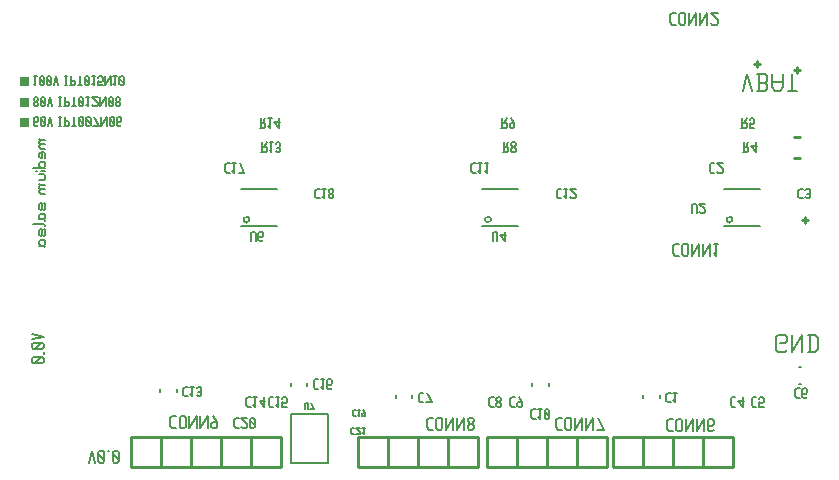
<source format=gbr>
G04 start of page 11 for group -4078 idx -4078 *
G04 Title: power, bottomsilk *
G04 Creator: pcb 20140316 *
G04 CreationDate: Tue 06 Jun 2017 06:55:07 AM GMT UTC *
G04 For: brian *
G04 Format: Gerber/RS-274X *
G04 PCB-Dimensions (mil): 6000.00 5000.00 *
G04 PCB-Coordinate-Origin: lower left *
%MOIN*%
%FSLAX25Y25*%
%LNBOTTOMSILK*%
%ADD123C,0.0080*%
%ADD122C,0.0100*%
%ADD121C,0.0001*%
G54D121*G36*
X81000Y385000D02*Y388000D01*
X84000D01*
Y385000D01*
X81000D01*
G37*
G36*
Y391500D02*Y394500D01*
X84000D01*
Y391500D01*
X81000D01*
G37*
G36*
Y398500D02*Y401500D01*
X84000D01*
Y398500D01*
X81000D01*
G37*
G54D122*X339000Y374500D02*X341000D01*
X339000Y381500D02*X341000D01*
X341500Y354000D02*X343500D01*
X339000Y404000D02*X341000D01*
X340000Y403000D02*Y405000D01*
X325500Y406000D02*X327500D01*
X326500Y405000D02*Y407000D01*
X342500Y353000D02*Y355000D01*
G54D123*X104000Y272980D02*X104980Y276900D01*
X105960Y272980D01*
X107136Y276410D02*X107626Y276900D01*
X107136Y273470D02*Y276410D01*
Y273470D02*X107626Y272980D01*
X108606D01*
X109096Y273470D01*
Y276410D01*
X108606Y276900D02*X109096Y276410D01*
X107626Y276900D02*X108606D01*
X107136Y275920D02*X109096Y273960D01*
X110272Y276900D02*X110762D01*
X111938Y276410D02*X112428Y276900D01*
X111938Y273470D02*Y276410D01*
Y273470D02*X112428Y272980D01*
X113408D01*
X113898Y273470D01*
Y276410D01*
X113408Y276900D02*X113898Y276410D01*
X112428Y276900D02*X113408D01*
X111938Y275920D02*X113898Y273960D01*
X84980Y316000D02*X88900Y315020D01*
X84980Y314040D01*
X88410Y312864D02*X88900Y312374D01*
X85470Y312864D02*X88410D01*
X85470D02*X84980Y312374D01*
Y311394D02*Y312374D01*
Y311394D02*X85470Y310904D01*
X88410D01*
X88900Y311394D02*X88410Y310904D01*
X88900Y311394D02*Y312374D01*
X87920Y312864D02*X85960Y310904D01*
X88900Y309238D02*Y309728D01*
X88410Y308062D02*X88900Y307572D01*
X85470Y308062D02*X88410D01*
X85470D02*X84980Y307572D01*
Y306592D02*Y307572D01*
Y306592D02*X85470Y306102D01*
X88410D01*
X88900Y306592D02*X88410Y306102D01*
X88900Y306592D02*Y307572D01*
X87920Y308062D02*X85960Y306102D01*
X86610Y385240D02*X86980Y385610D01*
X85870Y385240D02*X86610D01*
X85500Y385610D02*X85870Y385240D01*
X85500Y385610D02*Y387830D01*
X85870Y388200D01*
X86610Y386572D02*X86980Y386942D01*
X85500Y386572D02*X86610D01*
X85870Y388200D02*X86610D01*
X86980Y387830D01*
Y386942D02*Y387830D01*
X87868D02*X88238Y388200D01*
X87868Y385610D02*Y387830D01*
Y385610D02*X88238Y385240D01*
X88978D01*
X89348Y385610D01*
Y387830D01*
X88978Y388200D02*X89348Y387830D01*
X88238Y388200D02*X88978D01*
X87868Y387460D02*X89348Y385980D01*
X90236Y385240D02*X90976Y388200D01*
X91716Y385240D01*
X93936D02*X94676D01*
X94306D02*Y388200D01*
X93936D02*X94676D01*
X95934Y385240D02*Y388200D01*
X95564Y385240D02*X97044D01*
X97414Y385610D01*
Y386350D01*
X97044Y386720D02*X97414Y386350D01*
X95934Y386720D02*X97044D01*
X98302Y385240D02*X99782D01*
X99042D02*Y388200D01*
X100670Y387830D02*X101040Y388200D01*
X100670Y385610D02*Y387830D01*
Y385610D02*X101040Y385240D01*
X101780D01*
X102150Y385610D01*
Y387830D01*
X101780Y388200D02*X102150Y387830D01*
X101040Y388200D02*X101780D01*
X100670Y387460D02*X102150Y385980D01*
X103038Y387830D02*X103408Y388200D01*
X103038Y385610D02*Y387830D01*
Y385610D02*X103408Y385240D01*
X104148D01*
X104518Y385610D01*
Y387830D01*
X104148Y388200D02*X104518Y387830D01*
X103408Y388200D02*X104148D01*
X103038Y387460D02*X104518Y385980D01*
X105776Y388200D02*X107256Y385240D01*
X105406D02*X107256D01*
X108144D02*Y388200D01*
Y385240D02*X109994Y388200D01*
Y385240D02*Y388200D01*
X110882Y387830D02*X111252Y388200D01*
X110882Y385610D02*Y387830D01*
Y385610D02*X111252Y385240D01*
X111992D01*
X112362Y385610D01*
Y387830D01*
X111992Y388200D02*X112362Y387830D01*
X111252Y388200D02*X111992D01*
X110882Y387460D02*X112362Y385980D01*
X114360Y385240D02*X114730Y385610D01*
X113620Y385240D02*X114360D01*
X113250Y385610D02*X113620Y385240D01*
X113250Y385610D02*Y387830D01*
X113620Y388200D01*
X114360Y386572D02*X114730Y386942D01*
X113250Y386572D02*X114360D01*
X113620Y388200D02*X114360D01*
X114730Y387830D01*
Y386942D02*Y387830D01*
X85500Y394330D02*X85870Y394700D01*
X85500Y393738D02*Y394330D01*
Y393738D02*X86018Y393220D01*
X86462D01*
X86980Y393738D01*
Y394330D01*
X86610Y394700D02*X86980Y394330D01*
X85870Y394700D02*X86610D01*
X85500Y392702D02*X86018Y393220D01*
X85500Y392110D02*Y392702D01*
Y392110D02*X85870Y391740D01*
X86610D01*
X86980Y392110D01*
Y392702D01*
X86462Y393220D02*X86980Y392702D01*
X87868Y394330D02*X88238Y394700D01*
X87868Y392110D02*Y394330D01*
Y392110D02*X88238Y391740D01*
X88978D01*
X89348Y392110D01*
Y394330D01*
X88978Y394700D02*X89348Y394330D01*
X88238Y394700D02*X88978D01*
X87868Y393960D02*X89348Y392480D01*
X90236Y391740D02*X90976Y394700D01*
X91716Y391740D01*
X93936D02*X94676D01*
X94306D02*Y394700D01*
X93936D02*X94676D01*
X95934Y391740D02*Y394700D01*
X95564Y391740D02*X97044D01*
X97414Y392110D01*
Y392850D01*
X97044Y393220D02*X97414Y392850D01*
X95934Y393220D02*X97044D01*
X98302Y391740D02*X99782D01*
X99042D02*Y394700D01*
X100670Y394330D02*X101040Y394700D01*
X100670Y392110D02*Y394330D01*
Y392110D02*X101040Y391740D01*
X101780D01*
X102150Y392110D01*
Y394330D01*
X101780Y394700D02*X102150Y394330D01*
X101040Y394700D02*X101780D01*
X100670Y393960D02*X102150Y392480D01*
X103038Y392332D02*X103630Y391740D01*
Y394700D01*
X103038D02*X104148D01*
X105036Y392110D02*X105406Y391740D01*
X106516D01*
X106886Y392110D01*
Y392850D01*
X105036Y394700D02*X106886Y392850D01*
X105036Y394700D02*X106886D01*
X107774Y391740D02*Y394700D01*
Y391740D02*X109624Y394700D01*
Y391740D02*Y394700D01*
X110512Y394330D02*X110882Y394700D01*
X110512Y392110D02*Y394330D01*
Y392110D02*X110882Y391740D01*
X111622D01*
X111992Y392110D01*
Y394330D01*
X111622Y394700D02*X111992Y394330D01*
X110882Y394700D02*X111622D01*
X110512Y393960D02*X111992Y392480D01*
X112880Y394330D02*X113250Y394700D01*
X112880Y393738D02*Y394330D01*
Y393738D02*X113398Y393220D01*
X113842D01*
X114360Y393738D01*
Y394330D01*
X113990Y394700D02*X114360Y394330D01*
X113250Y394700D02*X113990D01*
X112880Y392702D02*X113398Y393220D01*
X112880Y392110D02*Y392702D01*
Y392110D02*X113250Y391740D01*
X113990D01*
X114360Y392110D01*
Y392702D01*
X113842Y393220D02*X114360Y392702D01*
X87930Y380510D02*X89400D01*
X87930D02*X87440Y380020D01*
Y379530D02*Y380020D01*
Y379530D02*X87930Y379040D01*
X89400D01*
X87930D02*X87440Y378550D01*
Y378060D02*Y378550D01*
Y378060D02*X87930Y377570D01*
X89400D01*
X87440Y381000D02*X87930Y380510D01*
X89400Y374434D02*Y375904D01*
X88910Y376394D02*X89400Y375904D01*
X87930Y376394D02*X88910D01*
X87930D02*X87440Y375904D01*
Y374924D02*Y375904D01*
Y374924D02*X87930Y374434D01*
X88420D02*Y376394D01*
X87930Y374434D02*X88420D01*
X85480Y371298D02*X89400D01*
Y371788D02*X88910Y371298D01*
X89400Y371788D02*Y372768D01*
X88910Y373258D02*X89400Y372768D01*
X87930Y373258D02*X88910D01*
X87930D02*X87440Y372768D01*
Y371788D02*Y372768D01*
Y371788D02*X87930Y371298D01*
X86460Y370122D02*X86558D01*
X87930D02*X89400D01*
X87440Y369142D02*X88910D01*
X89400Y368652D01*
Y367672D02*Y368652D01*
Y367672D02*X88910Y367182D01*
X87440D02*X88910D01*
X87930Y365516D02*X89400D01*
X87930D02*X87440Y365026D01*
Y364536D02*Y365026D01*
Y364536D02*X87930Y364046D01*
X89400D01*
X87930D02*X87440Y363556D01*
Y363066D02*Y363556D01*
Y363066D02*X87930Y362576D01*
X89400D01*
X87440Y366006D02*X87930Y365516D01*
X89400Y357676D02*Y359146D01*
Y357676D02*X88910Y357186D01*
X88420Y357676D02*X88910Y357186D01*
X88420Y357676D02*Y359146D01*
X87930Y359636D02*X88420Y359146D01*
X87930Y359636D02*X87440Y359146D01*
Y357676D02*Y359146D01*
Y357676D02*X87930Y357186D01*
X88910Y359636D02*X89400Y359146D01*
X87440Y354540D02*X87930Y354050D01*
X87440Y354540D02*Y355520D01*
X87930Y356010D02*X87440Y355520D01*
X87930Y356010D02*X88910D01*
X89400Y355520D01*
X87440Y354050D02*X88910D01*
X89400Y353560D01*
Y354540D02*Y355520D01*
Y354540D02*X88910Y354050D01*
X85480Y352384D02*X88910D01*
X89400Y351894D01*
Y348954D02*Y350424D01*
Y348954D02*X88910Y348464D01*
X88420Y348954D02*X88910Y348464D01*
X88420Y348954D02*Y350424D01*
X87930Y350914D02*X88420Y350424D01*
X87930Y350914D02*X87440Y350424D01*
Y348954D02*Y350424D01*
Y348954D02*X87930Y348464D01*
X88910Y350914D02*X89400Y350424D01*
X87440Y345818D02*X87930Y345328D01*
X87440Y345818D02*Y346798D01*
X87930Y347288D02*X87440Y346798D01*
X87930Y347288D02*X88910D01*
X89400Y346798D01*
X87440Y345328D02*X88910D01*
X89400Y344838D01*
Y345818D02*Y346798D01*
Y345818D02*X88910Y345328D01*
X335840Y309920D02*X336550Y310630D01*
X333710Y309920D02*X335840D01*
X333000Y310630D02*X333710Y309920D01*
X333000Y310630D02*Y314890D01*
X333710Y315600D01*
X335840D01*
X336550Y314890D01*
Y313470D02*Y314890D01*
X335840Y312760D02*X336550Y313470D01*
X334420Y312760D02*X335840D01*
X338254Y309920D02*Y315600D01*
Y309920D02*X341804Y315600D01*
Y309920D02*Y315600D01*
X344218Y309920D02*Y315600D01*
X346064Y309920D02*X347058Y310914D01*
Y314606D01*
X346064Y315600D02*X347058Y314606D01*
X343508Y315600D02*X346064D01*
X343508Y309920D02*X346064D01*
X322000Y396920D02*X323420Y402600D01*
X324840Y396920D01*
X326544Y402600D02*X329384D01*
X330094Y401890D01*
Y400186D02*Y401890D01*
X329384Y399476D02*X330094Y400186D01*
X327254Y399476D02*X329384D01*
X327254Y396920D02*Y402600D01*
X326544Y396920D02*X329384D01*
X330094Y397630D01*
Y398766D01*
X329384Y399476D02*X330094Y398766D01*
X331798Y398340D02*Y402600D01*
Y398340D02*X332792Y396920D01*
X334354D01*
X335348Y398340D01*
Y402600D01*
X331798Y399760D02*X335348D01*
X337052Y396920D02*X339892D01*
X338472D02*Y402600D01*
X85500Y399332D02*X86092Y398740D01*
Y401700D01*
X85500D02*X86610D01*
X87498Y401330D02*X87868Y401700D01*
X87498Y399110D02*Y401330D01*
Y399110D02*X87868Y398740D01*
X88608D01*
X88978Y399110D01*
Y401330D01*
X88608Y401700D02*X88978Y401330D01*
X87868Y401700D02*X88608D01*
X87498Y400960D02*X88978Y399480D01*
X89866Y401330D02*X90236Y401700D01*
X89866Y399110D02*Y401330D01*
Y399110D02*X90236Y398740D01*
X90976D01*
X91346Y399110D01*
Y401330D01*
X90976Y401700D02*X91346Y401330D01*
X90236Y401700D02*X90976D01*
X89866Y400960D02*X91346Y399480D01*
X92234Y398740D02*X92974Y401700D01*
X93714Y398740D01*
X95934D02*X96674D01*
X96304D02*Y401700D01*
X95934D02*X96674D01*
X97932Y398740D02*Y401700D01*
X97562Y398740D02*X99042D01*
X99412Y399110D01*
Y399850D01*
X99042Y400220D02*X99412Y399850D01*
X97932Y400220D02*X99042D01*
X100300Y398740D02*X101780D01*
X101040D02*Y401700D01*
X102668Y401330D02*X103038Y401700D01*
X102668Y399110D02*Y401330D01*
Y399110D02*X103038Y398740D01*
X103778D01*
X104148Y399110D01*
Y401330D01*
X103778Y401700D02*X104148Y401330D01*
X103038Y401700D02*X103778D01*
X102668Y400960D02*X104148Y399480D01*
X105036Y399332D02*X105628Y398740D01*
Y401700D01*
X105036D02*X106146D01*
X107034Y398740D02*X108514D01*
X107034D02*Y400220D01*
X107404Y399850D01*
X108144D01*
X108514Y400220D01*
Y401330D01*
X108144Y401700D02*X108514Y401330D01*
X107404Y401700D02*X108144D01*
X107034Y401330D02*X107404Y401700D01*
X109402Y398740D02*Y401700D01*
Y398740D02*X111252Y401700D01*
Y398740D02*Y401700D01*
X112140Y399332D02*X112732Y398740D01*
Y401700D01*
X112140D02*X113250D01*
X114138Y401330D02*X114508Y401700D01*
X114138Y399110D02*Y401330D01*
Y399110D02*X114508Y398740D01*
X115248D01*
X115618Y399110D01*
Y401330D01*
X115248Y401700D02*X115618Y401330D01*
X114508Y401700D02*X115248D01*
X114138Y400960D02*X115618Y399480D01*
X294255Y295393D02*Y294607D01*
X288745Y295393D02*Y294607D01*
X340607Y299245D02*X341393D01*
X340607Y304755D02*X341393D01*
X251745Y299393D02*Y298607D01*
X257255Y299393D02*Y298607D01*
G54D122*X318500Y281500D02*Y271500D01*
X278500D02*X318500D01*
X278500Y281500D02*Y271500D01*
X288500Y281500D02*Y271500D01*
X298500Y281500D02*Y271500D01*
X278500Y281500D02*X318500D01*
X308500Y271500D02*X318500D01*
X308500Y281500D02*Y271500D01*
X236500Y281500D02*Y271500D01*
Y281500D02*X276500D01*
Y271500D01*
X266500Y281500D02*Y271500D01*
X256500Y281500D02*Y271500D01*
X236500D02*X276500D01*
X236500Y281500D02*X246500D01*
Y271500D01*
G54D123*X235000Y351900D02*X247000D01*
X235000Y364100D02*X247000D01*
X237000Y353000D02*G75*G03X237000Y353000I0J1000D01*G01*
X154500Y351900D02*X166500D01*
X154500Y364100D02*X166500D01*
X156500Y353000D02*G75*G03X156500Y353000I0J1000D01*G01*
X211755Y295393D02*Y294607D01*
X206245Y295393D02*Y294607D01*
X171245Y299393D02*Y298607D01*
X176755Y299393D02*Y298607D01*
G54D122*X193500Y271500D02*Y281500D01*
X233500D01*
Y271500D01*
X223500Y281500D02*Y271500D01*
X213500Y281500D02*Y271500D01*
X233500D02*X193500D01*
Y281500D02*X203500D01*
Y271500D01*
G54D123*X171400Y289300D02*Y272700D01*
Y289300D02*X183600D01*
Y272700D01*
X171400D02*X183600D01*
X315500Y351900D02*X327500D01*
X315500Y364100D02*X327500D01*
X317500Y353000D02*G75*G03X317500Y353000I0J1000D01*G01*
X133255Y297393D02*Y296607D01*
X127745Y297393D02*Y296607D01*
G54D122*X118000Y271500D02*Y281500D01*
X168000D01*
X158000D02*Y271500D01*
X148000Y281500D02*Y271500D01*
X138000Y281500D02*Y271500D01*
X168000D02*X118000D01*
Y281500D02*X128000D01*
Y271500D01*
X168000Y281500D02*Y271500D01*
G54D123*X296889Y296200D02*X297890D01*
X296350Y295661D02*X296889Y296200D01*
X296350Y293659D02*Y295661D01*
Y293659D02*X296889Y293120D01*
X297890D01*
X298814Y293736D02*X299430Y293120D01*
Y296200D01*
X298814D02*X299969D01*
X305000Y356270D02*Y358965D01*
X305385Y359350D01*
X306155D01*
X306540Y358965D01*
Y356270D02*Y358965D01*
X307464Y356655D02*X307849Y356270D01*
X309004D01*
X309389Y356655D01*
Y357425D01*
X307464Y359350D02*X309389Y357425D01*
X307464Y359350D02*X309389D01*
X299200Y346000D02*X300500D01*
X298500Y345300D02*X299200Y346000D01*
X298500Y342700D02*Y345300D01*
Y342700D02*X299200Y342000D01*
X300500D01*
X301700Y342500D02*Y345500D01*
Y342500D02*X302200Y342000D01*
X303200D01*
X303700Y342500D01*
Y345500D01*
X303200Y346000D02*X303700Y345500D01*
X302200Y346000D02*X303200D01*
X301700Y345500D02*X302200Y346000D01*
X304900Y342000D02*Y346000D01*
Y342000D02*X307400Y346000D01*
Y342000D02*Y346000D01*
X308600Y342000D02*Y346000D01*
Y342000D02*X311100Y346000D01*
Y342000D02*Y346000D01*
X312300Y342800D02*X313100Y342000D01*
Y346000D01*
X312300D02*X313800D01*
X325389Y294700D02*X326390D01*
X324850Y294161D02*X325389Y294700D01*
X324850Y292159D02*Y294161D01*
Y292159D02*X325389Y291620D01*
X326390D01*
X327314D02*X328854D01*
X327314D02*Y293160D01*
X327699Y292775D01*
X328469D01*
X328854Y293160D01*
Y294315D01*
X328469Y294700D02*X328854Y294315D01*
X327699Y294700D02*X328469D01*
X327314Y294315D02*X327699Y294700D01*
X318389D02*X319390D01*
X317850Y294161D02*X318389Y294700D01*
X317850Y292159D02*Y294161D01*
Y292159D02*X318389Y291620D01*
X319390D01*
X320314Y293545D02*X321854Y291620D01*
X320314Y293545D02*X322239D01*
X321854Y291620D02*Y294700D01*
X339889Y297700D02*X340890D01*
X339350Y297161D02*X339889Y297700D01*
X339350Y295159D02*Y297161D01*
Y295159D02*X339889Y294620D01*
X340890D01*
X342969D02*X343354Y295005D01*
X342199Y294620D02*X342969D01*
X341814Y295005D02*X342199Y294620D01*
X341814Y295005D02*Y297315D01*
X342199Y297700D01*
X342969Y296006D02*X343354Y296391D01*
X341814Y296006D02*X342969D01*
X342199Y297700D02*X342969D01*
X343354Y297315D01*
Y296391D02*Y297315D01*
X297200Y287500D02*X298500D01*
X296500Y286800D02*X297200Y287500D01*
X296500Y284200D02*Y286800D01*
Y284200D02*X297200Y283500D01*
X298500D01*
X299700Y284000D02*Y287000D01*
Y284000D02*X300200Y283500D01*
X301200D01*
X301700Y284000D01*
Y287000D01*
X301200Y287500D02*X301700Y287000D01*
X300200Y287500D02*X301200D01*
X299700Y287000D02*X300200Y287500D01*
X302900Y283500D02*Y287500D01*
Y283500D02*X305400Y287500D01*
Y283500D02*Y287500D01*
X306600Y283500D02*Y287500D01*
Y283500D02*X309100Y287500D01*
Y283500D02*Y287500D01*
X311800Y283500D02*X312300Y284000D01*
X310800Y283500D02*X311800D01*
X310300Y284000D02*X310800Y283500D01*
X310300Y284000D02*Y287000D01*
X310800Y287500D01*
X311800Y285300D02*X312300Y285800D01*
X310300Y285300D02*X311800D01*
X310800Y287500D02*X311800D01*
X312300Y287000D01*
Y285800D02*Y287000D01*
X298200Y423000D02*X299500D01*
X297500Y422300D02*X298200Y423000D01*
X297500Y419700D02*Y422300D01*
Y419700D02*X298200Y419000D01*
X299500D01*
X300700Y419500D02*Y422500D01*
Y419500D02*X301200Y419000D01*
X302200D01*
X302700Y419500D01*
Y422500D01*
X302200Y423000D02*X302700Y422500D01*
X301200Y423000D02*X302200D01*
X300700Y422500D02*X301200Y423000D01*
X303900Y419000D02*Y423000D01*
Y419000D02*X306400Y423000D01*
Y419000D02*Y423000D01*
X307600Y419000D02*Y423000D01*
Y419000D02*X310100Y423000D01*
Y419000D02*Y423000D01*
X311300Y419500D02*X311800Y419000D01*
X313300D01*
X313800Y419500D01*
Y420500D01*
X311300Y423000D02*X313800Y420500D01*
X311300Y423000D02*X313800D01*
X321850Y376620D02*X323390D01*
X323775Y377005D01*
Y377775D01*
X323390Y378160D02*X323775Y377775D01*
X322235Y378160D02*X323390D01*
X322235Y376620D02*Y379700D01*
X322851Y378160D02*X323775Y379700D01*
X324699Y378545D02*X326239Y376620D01*
X324699Y378545D02*X326624D01*
X326239Y376620D02*Y379700D01*
X321350Y384620D02*X322890D01*
X323275Y385005D01*
Y385775D01*
X322890Y386160D02*X323275Y385775D01*
X321735Y386160D02*X322890D01*
X321735Y384620D02*Y387700D01*
X322351Y386160D02*X323275Y387700D01*
X324199Y384620D02*X325739D01*
X324199D02*Y386160D01*
X324584Y385775D01*
X325354D01*
X325739Y386160D01*
Y387315D01*
X325354Y387700D02*X325739Y387315D01*
X324584Y387700D02*X325354D01*
X324199Y387315D02*X324584Y387700D01*
X160850Y384620D02*X162390D01*
X162775Y385005D01*
Y385775D01*
X162390Y386160D02*X162775Y385775D01*
X161235Y386160D02*X162390D01*
X161235Y384620D02*Y387700D01*
X161851Y386160D02*X162775Y387700D01*
X163699Y385236D02*X164315Y384620D01*
Y387700D01*
X163699D02*X164854D01*
X165778Y386545D02*X167318Y384620D01*
X165778Y386545D02*X167703D01*
X167318Y384620D02*Y387700D01*
X340889Y364200D02*X341890D01*
X340350Y363661D02*X340889Y364200D01*
X340350Y361659D02*Y363661D01*
Y361659D02*X340889Y361120D01*
X341890D01*
X342814Y361505D02*X343199Y361120D01*
X343969D01*
X344354Y361505D01*
X343969Y364200D02*X344354Y363815D01*
X343199Y364200D02*X343969D01*
X342814Y363815D02*X343199Y364200D01*
Y362506D02*X343969D01*
X344354Y361505D02*Y362121D01*
Y362891D02*Y363815D01*
Y362891D02*X343969Y362506D01*
X344354Y362121D02*X343969Y362506D01*
X260389Y364200D02*X261390D01*
X259850Y363661D02*X260389Y364200D01*
X259850Y361659D02*Y363661D01*
Y361659D02*X260389Y361120D01*
X261390D01*
X262314Y361736D02*X262930Y361120D01*
Y364200D01*
X262314D02*X263469D01*
X264393Y361505D02*X264778Y361120D01*
X265933D01*
X266318Y361505D01*
Y362275D01*
X264393Y364200D02*X266318Y362275D01*
X264393Y364200D02*X266318D01*
X179889Y364141D02*X180890D01*
X179350Y363602D02*X179889Y364141D01*
X179350Y361600D02*Y363602D01*
Y361600D02*X179889Y361061D01*
X180890D01*
X181814Y361677D02*X182430Y361061D01*
Y364141D01*
X181814D02*X182969D01*
X183893Y363756D02*X184278Y364141D01*
X183893Y363140D02*Y363756D01*
Y363140D02*X184432Y362601D01*
X184894D01*
X185433Y363140D01*
Y363756D01*
X185048Y364141D02*X185433Y363756D01*
X184278Y364141D02*X185048D01*
X183893Y362062D02*X184432Y362601D01*
X183893Y361446D02*Y362062D01*
Y361446D02*X184278Y361061D01*
X185048D01*
X185433Y361446D01*
Y362062D01*
X184894Y362601D02*X185433Y362062D01*
X311389Y372700D02*X312390D01*
X310850Y372161D02*X311389Y372700D01*
X310850Y370159D02*Y372161D01*
Y370159D02*X311389Y369620D01*
X312390D01*
X313314Y370005D02*X313699Y369620D01*
X314854D01*
X315239Y370005D01*
Y370775D01*
X313314Y372700D02*X315239Y370775D01*
X313314Y372700D02*X315239D01*
X149889D02*X150890D01*
X149350Y372161D02*X149889Y372700D01*
X149350Y370159D02*Y372161D01*
Y370159D02*X149889Y369620D01*
X150890D01*
X151814Y370236D02*X152430Y369620D01*
Y372700D01*
X151814D02*X152969D01*
X154278D02*X155818Y369620D01*
X153893D02*X155818D01*
X161350Y376620D02*X162890D01*
X163275Y377005D01*
Y377775D01*
X162890Y378160D02*X163275Y377775D01*
X161735Y378160D02*X162890D01*
X161735Y376620D02*Y379700D01*
X162351Y378160D02*X163275Y379700D01*
X164199Y377236D02*X164815Y376620D01*
Y379700D01*
X164199D02*X165354D01*
X166278Y377005D02*X166663Y376620D01*
X167433D01*
X167818Y377005D01*
X167433Y379700D02*X167818Y379315D01*
X166663Y379700D02*X167433D01*
X166278Y379315D02*X166663Y379700D01*
Y378006D02*X167433D01*
X167818Y377005D02*Y377621D01*
Y378391D02*Y379315D01*
Y378391D02*X167433Y378006D01*
X167818Y377621D02*X167433Y378006D01*
X241350Y384620D02*X242890D01*
X243275Y385005D01*
Y385775D01*
X242890Y386160D02*X243275Y385775D01*
X241735Y386160D02*X242890D01*
X241735Y384620D02*Y387700D01*
X242351Y386160D02*X243275Y387700D01*
X244584D02*X245739Y386160D01*
Y385005D02*Y386160D01*
X245354Y384620D02*X245739Y385005D01*
X244584Y384620D02*X245354D01*
X244199Y385005D02*X244584Y384620D01*
X244199Y385005D02*Y385775D01*
X244584Y386160D01*
X245739D01*
X231889Y372700D02*X232890D01*
X231350Y372161D02*X231889Y372700D01*
X231350Y370159D02*Y372161D01*
Y370159D02*X231889Y369620D01*
X232890D01*
X233814Y370236D02*X234430Y369620D01*
Y372700D01*
X233814D02*X234969D01*
X235893Y370236D02*X236509Y369620D01*
Y372700D01*
X235893D02*X237048D01*
X241850Y376620D02*X243390D01*
X243775Y377005D01*
Y377775D01*
X243390Y378160D02*X243775Y377775D01*
X242235Y378160D02*X243390D01*
X242235Y376620D02*Y379700D01*
X242851Y378160D02*X243775Y379700D01*
X244699Y379315D02*X245084Y379700D01*
X244699Y378699D02*Y379315D01*
Y378699D02*X245238Y378160D01*
X245700D01*
X246239Y378699D01*
Y379315D01*
X245854Y379700D02*X246239Y379315D01*
X245084Y379700D02*X245854D01*
X244699Y377621D02*X245238Y378160D01*
X244699Y377005D02*Y377621D01*
Y377005D02*X245084Y376620D01*
X245854D01*
X246239Y377005D01*
Y377621D01*
X245700Y378160D02*X246239Y377621D01*
X179389Y300700D02*X180390D01*
X178850Y300161D02*X179389Y300700D01*
X178850Y298159D02*Y300161D01*
Y298159D02*X179389Y297620D01*
X180390D01*
X181314Y298236D02*X181930Y297620D01*
Y300700D01*
X181314D02*X182469D01*
X184548Y297620D02*X184933Y298005D01*
X183778Y297620D02*X184548D01*
X183393Y298005D02*X183778Y297620D01*
X183393Y298005D02*Y300315D01*
X183778Y300700D01*
X184548Y299006D02*X184933Y299391D01*
X183393Y299006D02*X184548D01*
X183778Y300700D02*X184548D01*
X184933Y300315D01*
Y299391D02*Y300315D01*
X214389Y296200D02*X215390D01*
X213850Y295661D02*X214389Y296200D01*
X213850Y293659D02*Y295661D01*
Y293659D02*X214389Y293120D01*
X215390D01*
X216699Y296200D02*X218239Y293120D01*
X216314D02*X218239D01*
X135889Y298200D02*X136890D01*
X135350Y297661D02*X135889Y298200D01*
X135350Y295659D02*Y297661D01*
Y295659D02*X135889Y295120D01*
X136890D01*
X137814Y295736D02*X138430Y295120D01*
Y298200D01*
X137814D02*X138969D01*
X139893Y295505D02*X140278Y295120D01*
X141048D01*
X141433Y295505D01*
X141048Y298200D02*X141433Y297815D01*
X140278Y298200D02*X141048D01*
X139893Y297815D02*X140278Y298200D01*
Y296506D02*X141048D01*
X141433Y295505D02*Y296121D01*
Y296891D02*Y297815D01*
Y296891D02*X141048Y296506D01*
X141433Y296121D02*X141048Y296506D01*
X158000Y346770D02*Y349465D01*
X158385Y349850D01*
X159155D01*
X159540Y349465D01*
Y346770D02*Y349465D01*
X161619Y346770D02*X162004Y347155D01*
X160849Y346770D02*X161619D01*
X160464Y347155D02*X160849Y346770D01*
X160464Y347155D02*Y349465D01*
X160849Y349850D01*
X161619Y348156D02*X162004Y348541D01*
X160464Y348156D02*X161619D01*
X160849Y349850D02*X161619D01*
X162004Y349465D01*
Y348541D02*Y349465D01*
X164389Y294700D02*X165390D01*
X163850Y294161D02*X164389Y294700D01*
X163850Y292159D02*Y294161D01*
Y292159D02*X164389Y291620D01*
X165390D01*
X166314Y292236D02*X166930Y291620D01*
Y294700D01*
X166314D02*X167469D01*
X168393Y291620D02*X169933D01*
X168393D02*Y293160D01*
X168778Y292775D01*
X169548D01*
X169933Y293160D01*
Y294315D01*
X169548Y294700D02*X169933Y294315D01*
X168778Y294700D02*X169548D01*
X168393Y294315D02*X168778Y294700D01*
X156889D02*X157890D01*
X156350Y294161D02*X156889Y294700D01*
X156350Y292159D02*Y294161D01*
Y292159D02*X156889Y291620D01*
X157890D01*
X158814Y292236D02*X159430Y291620D01*
Y294700D01*
X158814D02*X159969D01*
X160893Y293545D02*X162433Y291620D01*
X160893Y293545D02*X162818D01*
X162433Y291620D02*Y294700D01*
X176000Y290730D02*Y292585D01*
X176265Y292850D01*
X176795D01*
X177060Y292585D01*
Y290730D02*Y292585D01*
X177961Y292850D02*X179021Y290730D01*
X177696D02*X179021D01*
X131700Y288500D02*X133000D01*
X131000Y287800D02*X131700Y288500D01*
X131000Y285200D02*Y287800D01*
Y285200D02*X131700Y284500D01*
X133000D01*
X134200Y285000D02*Y288000D01*
Y285000D02*X134700Y284500D01*
X135700D01*
X136200Y285000D01*
Y288000D01*
X135700Y288500D02*X136200Y288000D01*
X134700Y288500D02*X135700D01*
X134200Y288000D02*X134700Y288500D01*
X137400Y284500D02*Y288500D01*
Y284500D02*X139900Y288500D01*
Y284500D02*Y288500D01*
X141100Y284500D02*Y288500D01*
Y284500D02*X143600Y288500D01*
Y284500D02*Y288500D01*
X145300D02*X146800Y286500D01*
Y285000D02*Y286500D01*
X146300Y284500D02*X146800Y285000D01*
X145300Y284500D02*X146300D01*
X144800Y285000D02*X145300Y284500D01*
X144800Y285000D02*Y286000D01*
X145300Y286500D01*
X146800D01*
X152889Y287700D02*X153890D01*
X152350Y287161D02*X152889Y287700D01*
X152350Y285159D02*Y287161D01*
Y285159D02*X152889Y284620D01*
X153890D01*
X154814Y285005D02*X155199Y284620D01*
X156354D01*
X156739Y285005D01*
Y285775D01*
X154814Y287700D02*X156739Y285775D01*
X154814Y287700D02*X156739D01*
X157663Y287315D02*X158048Y287700D01*
X157663Y285005D02*Y287315D01*
Y285005D02*X158048Y284620D01*
X158818D01*
X159203Y285005D01*
Y287315D01*
X158818Y287700D02*X159203Y287315D01*
X158048Y287700D02*X158818D01*
X157663Y286930D02*X159203Y285390D01*
X191728Y284550D02*X192430D01*
X191350Y284172D02*X191728Y284550D01*
X191350Y282768D02*Y284172D01*
Y282768D02*X191728Y282390D01*
X192430D01*
X193078Y282660D02*X193348Y282390D01*
X194158D01*
X194428Y282660D01*
Y283200D01*
X193078Y284550D02*X194428Y283200D01*
X193078Y284550D02*X194428D01*
X195076Y282822D02*X195508Y282390D01*
Y284550D01*
X195076D02*X195886D01*
X192228Y290550D02*X192930D01*
X191850Y290172D02*X192228Y290550D01*
X191850Y288768D02*Y290172D01*
Y288768D02*X192228Y288390D01*
X192930D01*
X193578Y288822D02*X194010Y288390D01*
Y290550D01*
X193578D02*X194388D01*
X195306D02*X196116Y289470D01*
Y288660D02*Y289470D01*
X195846Y288390D02*X196116Y288660D01*
X195306Y288390D02*X195846D01*
X195036Y288660D02*X195306Y288390D01*
X195036Y288660D02*Y289200D01*
X195306Y289470D01*
X196116D01*
X238500Y346770D02*Y349465D01*
X238885Y349850D01*
X239655D01*
X240040Y349465D01*
Y346770D02*Y349465D01*
X240964Y348695D02*X242504Y346770D01*
X240964Y348695D02*X242889D01*
X242504Y346770D02*Y349850D01*
X251889Y290700D02*X252890D01*
X251350Y290161D02*X251889Y290700D01*
X251350Y288159D02*Y290161D01*
Y288159D02*X251889Y287620D01*
X252890D01*
X253814Y288236D02*X254430Y287620D01*
Y290700D01*
X253814D02*X254969D01*
X255893Y290315D02*X256278Y290700D01*
X255893Y288005D02*Y290315D01*
Y288005D02*X256278Y287620D01*
X257048D01*
X257433Y288005D01*
Y290315D01*
X257048Y290700D02*X257433Y290315D01*
X256278Y290700D02*X257048D01*
X255893Y289930D02*X257433Y288390D01*
X260200Y288000D02*X261500D01*
X259500Y287300D02*X260200Y288000D01*
X259500Y284700D02*Y287300D01*
Y284700D02*X260200Y284000D01*
X261500D01*
X262700Y284500D02*Y287500D01*
Y284500D02*X263200Y284000D01*
X264200D01*
X264700Y284500D01*
Y287500D01*
X264200Y288000D02*X264700Y287500D01*
X263200Y288000D02*X264200D01*
X262700Y287500D02*X263200Y288000D01*
X265900Y284000D02*Y288000D01*
Y284000D02*X268400Y288000D01*
Y284000D02*Y288000D01*
X269600Y284000D02*Y288000D01*
Y284000D02*X272100Y288000D01*
Y284000D02*Y288000D01*
X273800D02*X275800Y284000D01*
X273300D02*X275800D01*
X244889Y294700D02*X245890D01*
X244350Y294161D02*X244889Y294700D01*
X244350Y292159D02*Y294161D01*
Y292159D02*X244889Y291620D01*
X245890D01*
X247199Y294700D02*X248354Y293160D01*
Y292005D02*Y293160D01*
X247969Y291620D02*X248354Y292005D01*
X247199Y291620D02*X247969D01*
X246814Y292005D02*X247199Y291620D01*
X246814Y292005D02*Y292775D01*
X247199Y293160D01*
X248354D01*
X237889Y294700D02*X238890D01*
X237350Y294161D02*X237889Y294700D01*
X237350Y292159D02*Y294161D01*
Y292159D02*X237889Y291620D01*
X238890D01*
X239814Y294315D02*X240199Y294700D01*
X239814Y293699D02*Y294315D01*
Y293699D02*X240353Y293160D01*
X240815D01*
X241354Y293699D01*
Y294315D01*
X240969Y294700D02*X241354Y294315D01*
X240199Y294700D02*X240969D01*
X239814Y292621D02*X240353Y293160D01*
X239814Y292005D02*Y292621D01*
Y292005D02*X240199Y291620D01*
X240969D01*
X241354Y292005D01*
Y292621D01*
X240815Y293160D02*X241354Y292621D01*
X217200Y288000D02*X218500D01*
X216500Y287300D02*X217200Y288000D01*
X216500Y284700D02*Y287300D01*
Y284700D02*X217200Y284000D01*
X218500D01*
X219700Y284500D02*Y287500D01*
Y284500D02*X220200Y284000D01*
X221200D01*
X221700Y284500D01*
Y287500D01*
X221200Y288000D02*X221700Y287500D01*
X220200Y288000D02*X221200D01*
X219700Y287500D02*X220200Y288000D01*
X222900Y284000D02*Y288000D01*
Y284000D02*X225400Y288000D01*
Y284000D02*Y288000D01*
X226600Y284000D02*Y288000D01*
Y284000D02*X229100Y288000D01*
Y284000D02*Y288000D01*
X230300Y287500D02*X230800Y288000D01*
X230300Y286700D02*Y287500D01*
Y286700D02*X231000Y286000D01*
X231600D01*
X232300Y286700D01*
Y287500D01*
X231800Y288000D02*X232300Y287500D01*
X230800Y288000D02*X231800D01*
X230300Y285300D02*X231000Y286000D01*
X230300Y284500D02*Y285300D01*
Y284500D02*X230800Y284000D01*
X231800D01*
X232300Y284500D01*
Y285300D01*
X231600Y286000D02*X232300Y285300D01*
M02*

</source>
